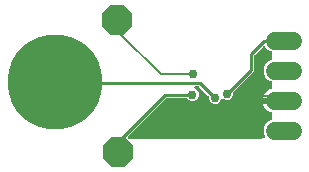
<source format=gbr>
G04 EAGLE Gerber RS-274X export*
G75*
%MOMM*%
%FSLAX34Y34*%
%LPD*%
%INBottom Copper*%
%IPPOS*%
%AMOC8*
5,1,8,0,0,1.08239X$1,22.5*%
G01*
%ADD10C,1.524000*%
%ADD11P,2.763017X8X112.500000*%
%ADD12C,8.000000*%
%ADD13P,2.763017X8X22.500000*%
%ADD14C,0.756400*%
%ADD15C,0.152400*%
%ADD16C,0.254000*%

G36*
X308717Y207768D02*
X308717Y207768D01*
X308725Y207769D01*
X308734Y207769D01*
X308764Y207773D01*
X311150Y207773D01*
X311172Y207775D01*
X311250Y207777D01*
X312720Y207892D01*
X312788Y207906D01*
X312856Y207911D01*
X313012Y207951D01*
X314749Y208515D01*
X314758Y208519D01*
X314767Y208521D01*
X314903Y208587D01*
X315037Y208650D01*
X315044Y208656D01*
X315053Y208661D01*
X315167Y208758D01*
X315282Y208853D01*
X315288Y208861D01*
X315295Y208867D01*
X315381Y208989D01*
X315469Y209110D01*
X315473Y209119D01*
X315478Y209127D01*
X315531Y209266D01*
X315586Y209406D01*
X315587Y209415D01*
X315591Y209424D01*
X315607Y209573D01*
X315626Y209721D01*
X315625Y209731D01*
X315626Y209740D01*
X315605Y209888D01*
X315587Y210037D01*
X315583Y210046D01*
X315582Y210055D01*
X315530Y210208D01*
X314451Y212811D01*
X314451Y216449D01*
X315843Y219810D01*
X318416Y222383D01*
X321034Y223467D01*
X321059Y223481D01*
X321087Y223491D01*
X321197Y223560D01*
X321310Y223624D01*
X321331Y223645D01*
X321356Y223661D01*
X321445Y223755D01*
X321538Y223846D01*
X321554Y223871D01*
X321574Y223892D01*
X321637Y224006D01*
X321705Y224117D01*
X321713Y224145D01*
X321728Y224171D01*
X321760Y224297D01*
X321798Y224421D01*
X321800Y224450D01*
X321807Y224479D01*
X321817Y224639D01*
X321817Y229002D01*
X321807Y229081D01*
X321807Y229160D01*
X321787Y229238D01*
X321777Y229318D01*
X321748Y229391D01*
X321729Y229468D01*
X321690Y229539D01*
X321660Y229613D01*
X321614Y229678D01*
X321576Y229747D01*
X321521Y229806D01*
X321474Y229871D01*
X321412Y229921D01*
X321358Y229979D01*
X321290Y230022D01*
X321229Y230074D01*
X321157Y230107D01*
X321090Y230150D01*
X320941Y230209D01*
X320940Y230209D01*
X319696Y230614D01*
X318271Y231340D01*
X316977Y232280D01*
X315846Y233411D01*
X314906Y234705D01*
X314180Y236130D01*
X313737Y237491D01*
X320548Y237491D01*
X320666Y237506D01*
X320785Y237513D01*
X320823Y237526D01*
X320864Y237531D01*
X320974Y237574D01*
X321087Y237611D01*
X321122Y237633D01*
X321159Y237648D01*
X321255Y237718D01*
X321356Y237781D01*
X321384Y237811D01*
X321417Y237834D01*
X321493Y237926D01*
X321574Y238013D01*
X321594Y238048D01*
X321619Y238079D01*
X321670Y238187D01*
X321728Y238291D01*
X321738Y238331D01*
X321755Y238367D01*
X321777Y238484D01*
X321807Y238599D01*
X321811Y238660D01*
X321815Y238680D01*
X321813Y238700D01*
X321817Y238760D01*
X321817Y241300D01*
X321802Y241418D01*
X321795Y241537D01*
X321782Y241575D01*
X321777Y241615D01*
X321734Y241726D01*
X321697Y241839D01*
X321675Y241874D01*
X321660Y241911D01*
X321591Y242007D01*
X321527Y242108D01*
X321497Y242136D01*
X321474Y242169D01*
X321382Y242244D01*
X321295Y242326D01*
X321260Y242346D01*
X321229Y242371D01*
X321121Y242422D01*
X321017Y242480D01*
X320977Y242490D01*
X320941Y242507D01*
X320824Y242529D01*
X320709Y242559D01*
X320649Y242563D01*
X320629Y242567D01*
X320608Y242565D01*
X320548Y242569D01*
X313737Y242569D01*
X314180Y243930D01*
X314906Y245355D01*
X315846Y246649D01*
X316977Y247780D01*
X318271Y248720D01*
X319696Y249446D01*
X320940Y249851D01*
X321012Y249884D01*
X321087Y249909D01*
X321155Y249952D01*
X321228Y249986D01*
X321289Y250037D01*
X321356Y250079D01*
X321411Y250138D01*
X321473Y250189D01*
X321520Y250253D01*
X321574Y250311D01*
X321613Y250381D01*
X321660Y250446D01*
X321689Y250520D01*
X321728Y250589D01*
X321748Y250667D01*
X321777Y250742D01*
X321787Y250820D01*
X321807Y250897D01*
X321817Y251056D01*
X321817Y251057D01*
X321817Y251058D01*
X321817Y255421D01*
X321814Y255450D01*
X321816Y255479D01*
X321794Y255607D01*
X321777Y255736D01*
X321767Y255763D01*
X321762Y255793D01*
X321708Y255911D01*
X321660Y256032D01*
X321643Y256056D01*
X321631Y256083D01*
X321550Y256184D01*
X321474Y256289D01*
X321451Y256308D01*
X321432Y256331D01*
X321329Y256409D01*
X321229Y256492D01*
X321202Y256504D01*
X321178Y256522D01*
X321034Y256593D01*
X318416Y257677D01*
X315843Y260250D01*
X314451Y263611D01*
X314451Y267249D01*
X315843Y270610D01*
X318416Y273183D01*
X321034Y274267D01*
X321059Y274281D01*
X321087Y274291D01*
X321197Y274360D01*
X321310Y274424D01*
X321331Y274445D01*
X321356Y274461D01*
X321445Y274555D01*
X321538Y274646D01*
X321554Y274671D01*
X321574Y274692D01*
X321637Y274806D01*
X321705Y274917D01*
X321713Y274945D01*
X321728Y274971D01*
X321760Y275097D01*
X321798Y275221D01*
X321800Y275250D01*
X321807Y275279D01*
X321817Y275439D01*
X321817Y280821D01*
X321814Y280850D01*
X321816Y280879D01*
X321794Y281007D01*
X321777Y281136D01*
X321767Y281163D01*
X321762Y281193D01*
X321708Y281311D01*
X321660Y281432D01*
X321643Y281456D01*
X321631Y281483D01*
X321550Y281584D01*
X321474Y281689D01*
X321451Y281708D01*
X321432Y281731D01*
X321329Y281809D01*
X321229Y281892D01*
X321202Y281904D01*
X321178Y281922D01*
X321034Y281993D01*
X318416Y283077D01*
X315685Y285808D01*
X315591Y285881D01*
X315502Y285960D01*
X315466Y285978D01*
X315434Y286003D01*
X315325Y286050D01*
X315219Y286104D01*
X315179Y286113D01*
X315142Y286129D01*
X315025Y286148D01*
X314909Y286174D01*
X314868Y286173D01*
X314828Y286179D01*
X314710Y286168D01*
X314591Y286164D01*
X314552Y286153D01*
X314512Y286149D01*
X314399Y286109D01*
X314285Y286076D01*
X314250Y286055D01*
X314212Y286042D01*
X314114Y285975D01*
X314011Y285914D01*
X313966Y285875D01*
X313949Y285863D01*
X313936Y285848D01*
X313890Y285808D01*
X306696Y278614D01*
X306636Y278536D01*
X306568Y278464D01*
X306539Y278411D01*
X306502Y278363D01*
X306462Y278272D01*
X306414Y278185D01*
X306399Y278127D01*
X306375Y278071D01*
X306360Y277973D01*
X306335Y277877D01*
X306329Y277777D01*
X306325Y277757D01*
X306327Y277745D01*
X306325Y277717D01*
X306325Y264780D01*
X289142Y247598D01*
X289082Y247520D01*
X289014Y247448D01*
X288985Y247395D01*
X288948Y247347D01*
X288908Y247256D01*
X288860Y247169D01*
X288845Y247111D01*
X288821Y247055D01*
X288806Y246957D01*
X288781Y246861D01*
X288775Y246761D01*
X288771Y246741D01*
X288773Y246729D01*
X288771Y246701D01*
X288771Y244816D01*
X287963Y242866D01*
X286470Y241373D01*
X284520Y240565D01*
X282408Y240565D01*
X280458Y241373D01*
X280454Y241377D01*
X280414Y241408D01*
X280381Y241445D01*
X280289Y241505D01*
X280202Y241572D01*
X280157Y241592D01*
X280115Y241620D01*
X280011Y241655D01*
X279911Y241699D01*
X279861Y241707D01*
X279814Y241723D01*
X279705Y241731D01*
X279596Y241749D01*
X279547Y241744D01*
X279497Y241748D01*
X279389Y241729D01*
X279280Y241719D01*
X279233Y241702D01*
X279184Y241694D01*
X279084Y241648D01*
X278981Y241611D01*
X278939Y241583D01*
X278894Y241563D01*
X278808Y241494D01*
X278717Y241433D01*
X278685Y241395D01*
X278646Y241364D01*
X278580Y241277D01*
X278507Y241194D01*
X278484Y241150D01*
X278454Y241110D01*
X278383Y240966D01*
X277803Y239564D01*
X276310Y238071D01*
X274360Y237263D01*
X272248Y237263D01*
X270298Y238071D01*
X268805Y239564D01*
X267997Y241514D01*
X267997Y243399D01*
X267985Y243497D01*
X267982Y243596D01*
X267965Y243654D01*
X267957Y243714D01*
X267921Y243806D01*
X267893Y243901D01*
X267863Y243954D01*
X267840Y244010D01*
X267782Y244090D01*
X267732Y244175D01*
X267666Y244251D01*
X267654Y244267D01*
X267644Y244275D01*
X267626Y244296D01*
X260072Y251850D01*
X259994Y251910D01*
X259922Y251978D01*
X259869Y252007D01*
X259821Y252044D01*
X259730Y252084D01*
X259643Y252132D01*
X259585Y252147D01*
X259529Y252171D01*
X259431Y252186D01*
X259335Y252211D01*
X259235Y252217D01*
X259215Y252221D01*
X259203Y252219D01*
X259175Y252221D01*
X257080Y252221D01*
X257011Y252213D01*
X256941Y252214D01*
X256854Y252193D01*
X256764Y252181D01*
X256700Y252156D01*
X256632Y252139D01*
X256552Y252097D01*
X256469Y252064D01*
X256412Y252023D01*
X256351Y251991D01*
X256284Y251930D01*
X256211Y251878D01*
X256167Y251824D01*
X256115Y251777D01*
X256066Y251702D01*
X256009Y251633D01*
X255979Y251569D01*
X255940Y251511D01*
X255911Y251426D01*
X255873Y251345D01*
X255860Y251276D01*
X255837Y251210D01*
X255830Y251121D01*
X255813Y251033D01*
X255818Y250963D01*
X255812Y250893D01*
X255827Y250805D01*
X255833Y250715D01*
X255855Y250649D01*
X255866Y250580D01*
X255903Y250498D01*
X255931Y250413D01*
X255968Y250354D01*
X255997Y250290D01*
X256053Y250220D01*
X256101Y250144D01*
X256152Y250096D01*
X256196Y250042D01*
X256267Y249987D01*
X256333Y249926D01*
X256394Y249892D01*
X256450Y249850D01*
X256594Y249779D01*
X257006Y249609D01*
X258499Y248116D01*
X259307Y246166D01*
X259307Y244054D01*
X258499Y242104D01*
X257006Y240611D01*
X255056Y239803D01*
X252944Y239803D01*
X250994Y240611D01*
X249662Y241944D01*
X249583Y242004D01*
X249511Y242072D01*
X249458Y242101D01*
X249410Y242138D01*
X249320Y242178D01*
X249233Y242226D01*
X249174Y242241D01*
X249119Y242265D01*
X249021Y242280D01*
X248925Y242305D01*
X248825Y242311D01*
X248804Y242315D01*
X248792Y242313D01*
X248764Y242315D01*
X232569Y242315D01*
X232471Y242303D01*
X232372Y242300D01*
X232314Y242283D01*
X232254Y242275D01*
X232162Y242239D01*
X232067Y242211D01*
X232014Y242181D01*
X231958Y242158D01*
X231878Y242100D01*
X231793Y242050D01*
X231717Y241984D01*
X231701Y241972D01*
X231693Y241962D01*
X231672Y241944D01*
X199667Y209939D01*
X199594Y209845D01*
X199515Y209755D01*
X199497Y209719D01*
X199472Y209687D01*
X199425Y209578D01*
X199371Y209472D01*
X199362Y209433D01*
X199346Y209396D01*
X199327Y209278D01*
X199301Y209162D01*
X199302Y209121D01*
X199296Y209081D01*
X199307Y208963D01*
X199311Y208844D01*
X199322Y208805D01*
X199326Y208765D01*
X199366Y208653D01*
X199399Y208539D01*
X199420Y208504D01*
X199433Y208466D01*
X199500Y208367D01*
X199561Y208265D01*
X199600Y208219D01*
X199612Y208202D01*
X199627Y208189D01*
X199667Y208144D01*
X199865Y207946D01*
X199944Y207884D01*
X200017Y207816D01*
X200069Y207787D01*
X200116Y207751D01*
X200208Y207711D01*
X200296Y207663D01*
X200353Y207648D01*
X200408Y207624D01*
X200507Y207609D01*
X200604Y207584D01*
X200702Y207578D01*
X200722Y207575D01*
X200735Y207576D01*
X200765Y207574D01*
X308717Y207768D01*
G37*
D10*
X323596Y290830D02*
X338836Y290830D01*
X338836Y265430D02*
X323596Y265430D01*
X323596Y240030D02*
X338836Y240030D01*
X338836Y214630D02*
X323596Y214630D01*
D11*
X190754Y196850D03*
D12*
X137414Y255524D03*
D13*
X190246Y307848D03*
D14*
X298196Y244122D03*
D15*
X327124Y244122D01*
X331216Y240030D01*
D14*
X254000Y245110D03*
D16*
X230886Y245110D02*
X190754Y204978D01*
X190754Y196850D01*
X230886Y245110D02*
X254000Y245110D01*
D14*
X273304Y242570D03*
D16*
X260858Y255016D01*
D15*
X137922Y255016D02*
X137414Y255524D01*
D16*
X137922Y255016D02*
X260858Y255016D01*
X314960Y290830D02*
X331216Y290830D01*
X314960Y290830D02*
X303530Y279400D01*
X303530Y265938D01*
X283464Y245872D01*
D14*
X283464Y245872D03*
X254508Y262128D03*
D15*
X227076Y262128D01*
X193802Y295402D01*
X193802Y304292D02*
X190246Y307848D01*
X193802Y304292D02*
X193802Y295402D01*
M02*

</source>
